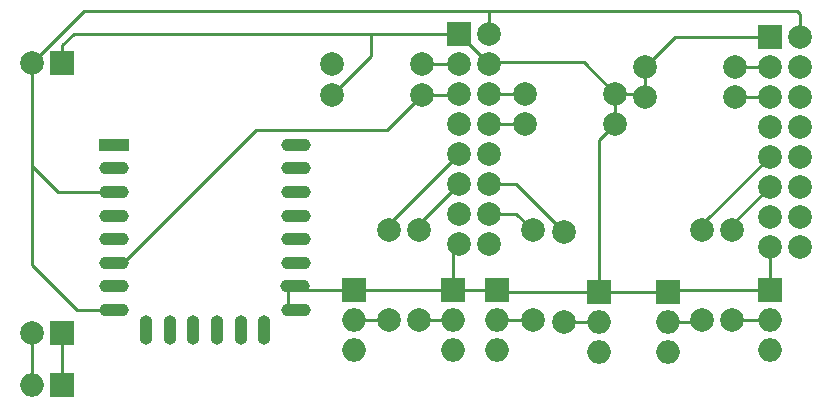
<source format=gbr>
G04 #@! TF.GenerationSoftware,KiCad,Pcbnew,(5.1.6)-1*
G04 #@! TF.CreationDate,2020-12-09T17:58:41+01:00*
G04 #@! TF.ProjectId,Rolety jadalnia x3,526f6c65-7479-4206-9a61-64616c6e6961,rev?*
G04 #@! TF.SameCoordinates,Original*
G04 #@! TF.FileFunction,Copper,L1,Top*
G04 #@! TF.FilePolarity,Positive*
%FSLAX46Y46*%
G04 Gerber Fmt 4.6, Leading zero omitted, Abs format (unit mm)*
G04 Created by KiCad (PCBNEW (5.1.6)-1) date 2020-12-09 17:58:41*
%MOMM*%
%LPD*%
G01*
G04 APERTURE LIST*
G04 #@! TA.AperFunction,ComponentPad*
%ADD10O,2.000000X2.000000*%
G04 #@! TD*
G04 #@! TA.AperFunction,ComponentPad*
%ADD11R,2.000000X2.000000*%
G04 #@! TD*
G04 #@! TA.AperFunction,ComponentPad*
%ADD12C,2.000000*%
G04 #@! TD*
G04 #@! TA.AperFunction,ComponentPad*
%ADD13O,1.100000X2.500000*%
G04 #@! TD*
G04 #@! TA.AperFunction,ComponentPad*
%ADD14O,2.500000X1.100000*%
G04 #@! TD*
G04 #@! TA.AperFunction,ComponentPad*
%ADD15R,2.500000X1.100000*%
G04 #@! TD*
G04 #@! TA.AperFunction,Conductor*
%ADD16C,0.250000*%
G04 #@! TD*
G04 APERTURE END LIST*
D10*
X36576000Y-53340000D03*
D11*
X39116000Y-53340000D03*
X39163001Y-26082001D03*
D12*
X36623001Y-26082001D03*
X36623001Y-48942001D03*
D11*
X39163001Y-48942001D03*
X99060000Y-23876000D03*
D12*
X101600000Y-23876000D03*
X101600000Y-26416000D03*
X99060000Y-26416000D03*
X101600000Y-28956000D03*
X99060000Y-28956000D03*
X101600000Y-31496000D03*
X99060000Y-31496000D03*
X101600000Y-34036000D03*
X99060000Y-34036000D03*
X101600000Y-36576000D03*
X99060000Y-36576000D03*
X101600000Y-39116000D03*
X99060000Y-39116000D03*
X101600000Y-41656000D03*
X99060000Y-41656000D03*
D11*
X72771000Y-23622000D03*
D12*
X75311000Y-23622000D03*
X75311000Y-26162000D03*
X72771000Y-26162000D03*
X75311000Y-28702000D03*
X72771000Y-28702000D03*
X75311000Y-31242000D03*
X72771000Y-31242000D03*
X75311000Y-33782000D03*
X72771000Y-33782000D03*
X75311000Y-36322000D03*
X72771000Y-36322000D03*
X75311000Y-38862000D03*
X72771000Y-38862000D03*
X75311000Y-41402000D03*
X72771000Y-41402000D03*
D10*
X99060000Y-50419000D03*
X99060000Y-47879000D03*
D11*
X99060000Y-45339000D03*
D10*
X90424000Y-50546000D03*
X90424000Y-48006000D03*
D11*
X90424000Y-45466000D03*
D10*
X75946000Y-50419000D03*
X75946000Y-47879000D03*
D11*
X75946000Y-45339000D03*
D10*
X84582000Y-50546000D03*
X84582000Y-48006000D03*
D11*
X84582000Y-45466000D03*
D10*
X72263000Y-50419000D03*
X72263000Y-47879000D03*
D11*
X72263000Y-45339000D03*
D10*
X63881000Y-50419000D03*
X63881000Y-47879000D03*
D11*
X63881000Y-45339000D03*
D13*
X56263001Y-48732001D03*
X54263001Y-48732001D03*
X52263001Y-48732001D03*
X50263001Y-48732001D03*
X48263001Y-48732001D03*
X46263001Y-48732001D03*
D14*
X58973001Y-33032001D03*
X58973001Y-35032001D03*
X58973001Y-37032001D03*
X58973001Y-39032001D03*
X58973001Y-41032001D03*
X58973001Y-43032001D03*
X58873001Y-45032001D03*
X58973001Y-47032001D03*
X43573001Y-47032001D03*
X43573001Y-45032001D03*
X43573001Y-43032001D03*
X43573001Y-41032001D03*
X43573001Y-39032001D03*
X43573001Y-37032001D03*
X43573001Y-35032001D03*
D15*
X43573001Y-33032001D03*
D12*
X95885000Y-40259000D03*
X95885000Y-47879000D03*
X93345000Y-47879000D03*
X93345000Y-40259000D03*
X78994000Y-40259000D03*
X78994000Y-47879000D03*
X81661000Y-48006000D03*
X81661000Y-40386000D03*
X69342000Y-40259000D03*
X69342000Y-47879000D03*
X66802000Y-47879000D03*
X66802000Y-40259000D03*
X61976000Y-26162000D03*
X69596000Y-26162000D03*
X85979000Y-28702000D03*
X78359000Y-28702000D03*
X78359000Y-31242000D03*
X85979000Y-31242000D03*
X61976000Y-28829000D03*
X69596000Y-28829000D03*
X96139000Y-28956000D03*
X88519000Y-28956000D03*
X88519000Y-26416000D03*
X96139000Y-26416000D03*
D16*
X39116000Y-48989002D02*
X39163001Y-48942001D01*
X39116000Y-53340000D02*
X39116000Y-48989002D01*
X36623001Y-53292999D02*
X36576000Y-53340000D01*
X36623001Y-48942001D02*
X36623001Y-53292999D01*
X95885000Y-39751000D02*
X95885000Y-40259000D01*
X99060000Y-36576000D02*
X95885000Y-39751000D01*
X93345000Y-39751000D02*
X93345000Y-40259000D01*
X99060000Y-34036000D02*
X93345000Y-39751000D01*
X96139000Y-28956000D02*
X99060000Y-28956000D01*
X96139000Y-26416000D02*
X99060000Y-26416000D01*
X36623001Y-26082001D02*
X36623001Y-34877999D01*
X38777003Y-37032001D02*
X44273001Y-37032001D01*
X36623001Y-34877999D02*
X38777003Y-37032001D01*
X36623001Y-34877999D02*
X36623001Y-43227001D01*
X40428001Y-47032001D02*
X44273001Y-47032001D01*
X36623001Y-43227001D02*
X40428001Y-47032001D01*
X101600000Y-23876000D02*
X101600000Y-21971000D01*
X101600000Y-21971000D02*
X101346000Y-21717000D01*
X40988002Y-21717000D02*
X36623001Y-26082001D01*
X75311000Y-21717000D02*
X75311000Y-23622000D01*
X75311000Y-21717000D02*
X40988002Y-21717000D01*
X101346000Y-21717000D02*
X75311000Y-21717000D01*
X95885000Y-47879000D02*
X99060000Y-47879000D01*
X93218000Y-48006000D02*
X93345000Y-47879000D01*
X90424000Y-48006000D02*
X93218000Y-48006000D01*
X75946000Y-47879000D02*
X78994000Y-47879000D01*
X81661000Y-48006000D02*
X84582000Y-48006000D01*
X39163001Y-26082001D02*
X39163001Y-24590999D01*
X39163001Y-24590999D02*
X40132000Y-23622000D01*
X65278000Y-25527000D02*
X65278000Y-23622000D01*
X61976000Y-28829000D02*
X65278000Y-25527000D01*
X40132000Y-23622000D02*
X65278000Y-23622000D01*
X65278000Y-23622000D02*
X72771000Y-23622000D01*
X72771000Y-23622000D02*
X75311000Y-26162000D01*
X88265000Y-26416000D02*
X88519000Y-26416000D01*
X85979000Y-28702000D02*
X83312000Y-26035000D01*
X75438000Y-26035000D02*
X75311000Y-26162000D01*
X83312000Y-26035000D02*
X75438000Y-26035000D01*
X85979000Y-31242000D02*
X85979000Y-28702000D01*
X88265000Y-28702000D02*
X88519000Y-28956000D01*
X85979000Y-28702000D02*
X88265000Y-28702000D01*
X88519000Y-28956000D02*
X88519000Y-26416000D01*
X91059000Y-23876000D02*
X99060000Y-23876000D01*
X88519000Y-26416000D02*
X91059000Y-23876000D01*
X99060000Y-41656000D02*
X99060000Y-45339000D01*
X72263000Y-41910000D02*
X72771000Y-41402000D01*
X72263000Y-45339000D02*
X72263000Y-41910000D01*
X58580000Y-45339000D02*
X58273001Y-45032001D01*
X63881000Y-45339000D02*
X58580000Y-45339000D01*
X58273001Y-47032001D02*
X58273001Y-45032001D01*
X84582000Y-32639000D02*
X85979000Y-31242000D01*
X84582000Y-45466000D02*
X84582000Y-32639000D01*
X90551000Y-45339000D02*
X90424000Y-45466000D01*
X99060000Y-45339000D02*
X90551000Y-45339000D01*
X90424000Y-45466000D02*
X84582000Y-45466000D01*
X76073000Y-45466000D02*
X75946000Y-45339000D01*
X84582000Y-45466000D02*
X76073000Y-45466000D01*
X75946000Y-45339000D02*
X72263000Y-45339000D01*
X72263000Y-45339000D02*
X63881000Y-45339000D01*
X69596000Y-26162000D02*
X72771000Y-26162000D01*
X78359000Y-28702000D02*
X75311000Y-28702000D01*
X72644000Y-28829000D02*
X72771000Y-28702000D01*
X69596000Y-28829000D02*
X72644000Y-28829000D01*
X69596000Y-28829000D02*
X66675000Y-31750000D01*
X55555002Y-31750000D02*
X44273001Y-43032001D01*
X66675000Y-31750000D02*
X55555002Y-31750000D01*
X78359000Y-31242000D02*
X75311000Y-31242000D01*
X66802000Y-39751000D02*
X66802000Y-40259000D01*
X72771000Y-33782000D02*
X66802000Y-39751000D01*
X77597000Y-36322000D02*
X81661000Y-40386000D01*
X75311000Y-36322000D02*
X77597000Y-36322000D01*
X69342000Y-39751000D02*
X69342000Y-40259000D01*
X72771000Y-36322000D02*
X69342000Y-39751000D01*
X77597000Y-38862000D02*
X78994000Y-40259000D01*
X75311000Y-38862000D02*
X77597000Y-38862000D01*
X69342000Y-47879000D02*
X72263000Y-47879000D01*
X63881000Y-47879000D02*
X66802000Y-47879000D01*
M02*

</source>
